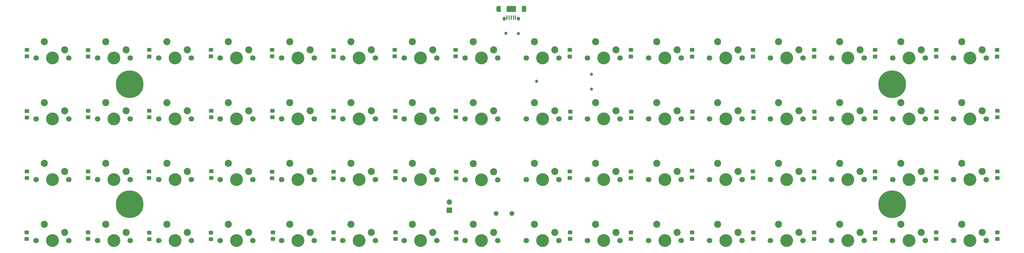
<source format=gbr>
%TF.GenerationSoftware,KiCad,Pcbnew,8.0.9-8.0.9-0~ubuntu22.04.1*%
%TF.CreationDate,2025-08-11T19:47:09-07:00*%
%TF.ProjectId,keyboard,6b657962-6f61-4726-942e-6b696361645f,rev?*%
%TF.SameCoordinates,Original*%
%TF.FileFunction,Soldermask,Bot*%
%TF.FilePolarity,Negative*%
%FSLAX46Y46*%
G04 Gerber Fmt 4.6, Leading zero omitted, Abs format (unit mm)*
G04 Created by KiCad (PCBNEW 8.0.9-8.0.9-0~ubuntu22.04.1) date 2025-08-11 19:47:09*
%MOMM*%
%LPD*%
G01*
G04 APERTURE LIST*
G04 Aperture macros list*
%AMRoundRect*
0 Rectangle with rounded corners*
0 $1 Rounding radius*
0 $2 $3 $4 $5 $6 $7 $8 $9 X,Y pos of 4 corners*
0 Add a 4 corners polygon primitive as box body*
4,1,4,$2,$3,$4,$5,$6,$7,$8,$9,$2,$3,0*
0 Add four circle primitives for the rounded corners*
1,1,$1+$1,$2,$3*
1,1,$1+$1,$4,$5*
1,1,$1+$1,$6,$7*
1,1,$1+$1,$8,$9*
0 Add four rect primitives between the rounded corners*
20,1,$1+$1,$2,$3,$4,$5,0*
20,1,$1+$1,$4,$5,$6,$7,0*
20,1,$1+$1,$6,$7,$8,$9,0*
20,1,$1+$1,$8,$9,$2,$3,0*%
G04 Aperture macros list end*
%ADD10C,1.500000*%
%ADD11C,1.000000*%
%ADD12C,8.600000*%
%ADD13R,1.700000X1.700000*%
%ADD14O,1.700000X1.700000*%
%ADD15RoundRect,0.250000X0.450000X-0.325000X0.450000X0.325000X-0.450000X0.325000X-0.450000X-0.325000X0*%
%ADD16C,1.700000*%
%ADD17C,4.000000*%
%ADD18C,2.200000*%
%ADD19RoundRect,0.100000X-0.100000X-0.575000X0.100000X-0.575000X0.100000X0.575000X-0.100000X0.575000X0*%
%ADD20O,1.000000X1.900000*%
%ADD21R,0.875000X1.900000*%
%ADD22O,1.050000X1.250000*%
%ADD23RoundRect,0.250000X-1.200000X-0.700000X1.200000X-0.700000X1.200000X0.700000X-1.200000X0.700000X0*%
G04 APERTURE END LIST*
D10*
%TO.C,Y1*%
X219010000Y-165350000D03*
X214110000Y-165350000D03*
%TD*%
D11*
%TO.C,TP104*%
X226700000Y-124090000D03*
%TD*%
%TO.C,TP103*%
X243800000Y-121890000D03*
%TD*%
%TO.C,TP105*%
X243800000Y-126490000D03*
%TD*%
D12*
%TO.C,H3*%
X337500000Y-162500000D03*
%TD*%
%TO.C,H1*%
X100000000Y-125000000D03*
%TD*%
D13*
%TO.C,J2*%
X199525000Y-164335000D03*
D14*
X199525000Y-161795000D03*
%TD*%
D12*
%TO.C,H4*%
X100000000Y-162500000D03*
%TD*%
%TO.C,H2*%
X337500000Y-125000000D03*
%TD*%
D15*
%TO.C,D55*%
X106045000Y-154322500D03*
X106045000Y-152272500D03*
%TD*%
%TO.C,D17*%
X294145000Y-116322500D03*
X294145000Y-114272500D03*
%TD*%
D16*
%TO.C,SW29*%
X233687500Y-116800000D03*
D17*
X228607500Y-116800000D03*
D16*
X223527500Y-116800000D03*
D18*
X226067500Y-111720000D03*
X232417500Y-114260000D03*
%TD*%
D16*
%TO.C,SW7*%
X347797500Y-154810000D03*
D17*
X342717500Y-154810000D03*
D16*
X337637500Y-154810000D03*
D18*
X340177500Y-149730000D03*
X346527500Y-152270000D03*
%TD*%
D15*
%TO.C,D33*%
X201490000Y-116282500D03*
X201490000Y-114232500D03*
%TD*%
%TO.C,D12*%
X332187500Y-173372500D03*
X332187500Y-171322500D03*
%TD*%
D16*
%TO.C,SW34*%
X214637500Y-135850000D03*
D17*
X209557500Y-135850000D03*
D16*
X204477500Y-135850000D03*
D18*
X207017500Y-130770000D03*
X213367500Y-133310000D03*
%TD*%
D16*
%TO.C,SW46*%
X157440000Y-135850000D03*
D17*
X152360000Y-135850000D03*
D16*
X147280000Y-135850000D03*
D18*
X149820000Y-130770000D03*
X156170000Y-133310000D03*
%TD*%
D16*
%TO.C,SW45*%
X157440000Y-116800000D03*
D17*
X152360000Y-116800000D03*
D16*
X147280000Y-116800000D03*
D18*
X149820000Y-111720000D03*
X156170000Y-114260000D03*
%TD*%
D15*
%TO.C,D2*%
X370220000Y-135345000D03*
X370220000Y-133295000D03*
%TD*%
%TO.C,D26*%
X256210000Y-135587500D03*
X256210000Y-133537500D03*
%TD*%
D16*
%TO.C,SW30*%
X233687500Y-135850000D03*
D17*
X228607500Y-135850000D03*
D16*
X223527500Y-135850000D03*
D18*
X226067500Y-130770000D03*
X232417500Y-133310000D03*
%TD*%
D11*
%TO.C,TP102*%
X217150000Y-109040000D03*
%TD*%
D15*
%TO.C,D48*%
X144580000Y-173362500D03*
X144580000Y-171312500D03*
%TD*%
%TO.C,D21*%
X275142500Y-116322500D03*
X275142500Y-114272500D03*
%TD*%
%TO.C,D36*%
X201647500Y-173372500D03*
X201647500Y-171322500D03*
%TD*%
D16*
%TO.C,SW31*%
X233687500Y-154810000D03*
D17*
X228607500Y-154810000D03*
D16*
X223527500Y-154810000D03*
D18*
X226067500Y-149730000D03*
X232417500Y-152270000D03*
%TD*%
D15*
%TO.C,D46*%
X144440000Y-135357500D03*
X144440000Y-133307500D03*
%TD*%
%TO.C,D34*%
X201610000Y-135355000D03*
X201610000Y-133305000D03*
%TD*%
%TO.C,D13*%
X313147500Y-116322500D03*
X313147500Y-114272500D03*
%TD*%
%TO.C,D64*%
X67900000Y-173352500D03*
X67900000Y-171302500D03*
%TD*%
%TO.C,D5*%
X351200000Y-116322500D03*
X351200000Y-114272500D03*
%TD*%
D16*
%TO.C,SW10*%
X328747500Y-135850000D03*
D17*
X323667500Y-135850000D03*
D16*
X318587500Y-135850000D03*
D18*
X321127500Y-130770000D03*
X327477500Y-133310000D03*
%TD*%
D16*
%TO.C,SW55*%
X119245000Y-154810000D03*
D17*
X114165000Y-154810000D03*
D16*
X109085000Y-154810000D03*
D18*
X111625000Y-149730000D03*
X117975000Y-152270000D03*
%TD*%
D15*
%TO.C,D56*%
X106065000Y-173402500D03*
X106065000Y-171352500D03*
%TD*%
%TO.C,D29*%
X237090000Y-116322500D03*
X237090000Y-114272500D03*
%TD*%
%TO.C,D60*%
X87077500Y-173382500D03*
X87077500Y-171332500D03*
%TD*%
%TO.C,D58*%
X87047500Y-135305000D03*
X87047500Y-133255000D03*
%TD*%
D16*
%TO.C,SW27*%
X252690000Y-154810000D03*
D17*
X247610000Y-154810000D03*
D16*
X242530000Y-154810000D03*
D18*
X245070000Y-149730000D03*
X251420000Y-152270000D03*
%TD*%
D16*
%TO.C,SW43*%
X176537500Y-154810000D03*
D17*
X171457500Y-154810000D03*
D16*
X166377500Y-154810000D03*
D18*
X168917500Y-149730000D03*
X175267500Y-152270000D03*
%TD*%
D16*
%TO.C,SW5*%
X347797500Y-116800000D03*
D17*
X342717500Y-116800000D03*
D16*
X337637500Y-116800000D03*
D18*
X340177500Y-111720000D03*
X346527500Y-114260000D03*
%TD*%
D15*
%TO.C,D38*%
X182695000Y-135347500D03*
X182695000Y-133297500D03*
%TD*%
D16*
%TO.C,SW56*%
X119245000Y-173860000D03*
D17*
X114165000Y-173860000D03*
D16*
X109085000Y-173860000D03*
D18*
X111625000Y-168780000D03*
X117975000Y-171320000D03*
%TD*%
D16*
%TO.C,SW63*%
X81050000Y-154810000D03*
D17*
X75970000Y-154810000D03*
D16*
X70890000Y-154810000D03*
D18*
X73430000Y-149730000D03*
X79780000Y-152270000D03*
%TD*%
D15*
%TO.C,D30*%
X237207500Y-135587500D03*
X237207500Y-133537500D03*
%TD*%
D16*
%TO.C,SW59*%
X100147500Y-154810000D03*
D17*
X95067500Y-154810000D03*
D16*
X89987500Y-154810000D03*
D18*
X92527500Y-149730000D03*
X98877500Y-152270000D03*
%TD*%
D15*
%TO.C,D20*%
X294182500Y-173372500D03*
X294182500Y-171322500D03*
%TD*%
D16*
%TO.C,SW60*%
X100190000Y-173840000D03*
D17*
X95110000Y-173840000D03*
D16*
X90030000Y-173840000D03*
D18*
X92570000Y-168760000D03*
X98920000Y-171300000D03*
%TD*%
D15*
%TO.C,D42*%
X163510000Y-135377500D03*
X163510000Y-133327500D03*
%TD*%
D16*
%TO.C,SW52*%
X138342500Y-173860000D03*
D17*
X133262500Y-173860000D03*
D16*
X128182500Y-173860000D03*
D18*
X130722500Y-168780000D03*
X137072500Y-171320000D03*
%TD*%
D15*
%TO.C,D22*%
X275260000Y-135587500D03*
X275260000Y-133537500D03*
%TD*%
%TO.C,D19*%
X294152500Y-154332500D03*
X294152500Y-152282500D03*
%TD*%
%TO.C,D32*%
X237127500Y-173372500D03*
X237127500Y-171322500D03*
%TD*%
%TO.C,D3*%
X370210000Y-154332500D03*
X370210000Y-152282500D03*
%TD*%
D16*
%TO.C,SW37*%
X195635000Y-116800000D03*
D17*
X190555000Y-116800000D03*
D16*
X185475000Y-116800000D03*
D18*
X188015000Y-111720000D03*
X194365000Y-114260000D03*
%TD*%
D16*
%TO.C,SW18*%
X290742500Y-135850000D03*
D17*
X285662500Y-135850000D03*
D16*
X280582500Y-135850000D03*
D18*
X283122500Y-130770000D03*
X289472500Y-133310000D03*
%TD*%
D15*
%TO.C,D45*%
X144362500Y-116312500D03*
X144362500Y-114262500D03*
%TD*%
D16*
%TO.C,SW3*%
X366800000Y-154810000D03*
D17*
X361720000Y-154810000D03*
D16*
X356640000Y-154810000D03*
D18*
X359180000Y-149730000D03*
X365530000Y-152270000D03*
%TD*%
D15*
%TO.C,D50*%
X125412500Y-135345000D03*
X125412500Y-133295000D03*
%TD*%
%TO.C,D10*%
X332267500Y-135587500D03*
X332267500Y-133537500D03*
%TD*%
D16*
%TO.C,SW64*%
X81050000Y-173860000D03*
D17*
X75970000Y-173860000D03*
D16*
X70890000Y-173860000D03*
D18*
X73430000Y-168780000D03*
X79780000Y-171320000D03*
%TD*%
D16*
%TO.C,SW8*%
X347797500Y-173860000D03*
D17*
X342717500Y-173860000D03*
D16*
X337637500Y-173860000D03*
D18*
X340177500Y-168780000D03*
X346527500Y-171320000D03*
%TD*%
D15*
%TO.C,D61*%
X67980000Y-116302500D03*
X67980000Y-114252500D03*
%TD*%
%TO.C,D37*%
X182507500Y-116302500D03*
X182507500Y-114252500D03*
%TD*%
D16*
%TO.C,SW58*%
X100147500Y-135850000D03*
D17*
X95067500Y-135850000D03*
D16*
X89987500Y-135850000D03*
D18*
X92527500Y-130770000D03*
X98877500Y-133310000D03*
%TD*%
D19*
%TO.C,J101*%
X220150000Y-104175000D03*
X219500000Y-104175000D03*
X218850000Y-104175000D03*
X218200000Y-104175000D03*
X217550000Y-104175000D03*
D20*
X214675000Y-101500000D03*
D21*
X215112500Y-101500000D03*
D22*
X216625000Y-104500000D03*
D23*
X218850000Y-101500000D03*
D22*
X221075000Y-104500000D03*
D21*
X222587500Y-101500000D03*
D20*
X223025000Y-101500000D03*
%TD*%
D15*
%TO.C,D62*%
X67970000Y-135412500D03*
X67970000Y-133362500D03*
%TD*%
%TO.C,D6*%
X351317500Y-135587500D03*
X351317500Y-133537500D03*
%TD*%
%TO.C,D27*%
X256100000Y-154332500D03*
X256100000Y-152282500D03*
%TD*%
D16*
%TO.C,SW44*%
X176537500Y-173860000D03*
D17*
X171457500Y-173860000D03*
D16*
X166377500Y-173860000D03*
D18*
X168917500Y-168780000D03*
X175267500Y-171320000D03*
%TD*%
D15*
%TO.C,D54*%
X106095000Y-135365000D03*
X106095000Y-133315000D03*
%TD*%
D16*
%TO.C,SW42*%
X176537500Y-135850000D03*
D17*
X171457500Y-135850000D03*
D16*
X166377500Y-135850000D03*
D18*
X168917500Y-130770000D03*
X175267500Y-133310000D03*
%TD*%
D16*
%TO.C,SW2*%
X366800000Y-135850000D03*
D17*
X361720000Y-135850000D03*
D16*
X356640000Y-135850000D03*
D18*
X359180000Y-130770000D03*
X365530000Y-133310000D03*
%TD*%
D15*
%TO.C,D11*%
X332157500Y-154332500D03*
X332157500Y-152282500D03*
%TD*%
%TO.C,D43*%
X163507500Y-154352500D03*
X163507500Y-152302500D03*
%TD*%
D16*
%TO.C,SW26*%
X252690000Y-135850000D03*
D17*
X247610000Y-135850000D03*
D16*
X242530000Y-135850000D03*
D18*
X245070000Y-130770000D03*
X251420000Y-133310000D03*
%TD*%
D15*
%TO.C,D28*%
X256130000Y-173372500D03*
X256130000Y-171322500D03*
%TD*%
D16*
%TO.C,SW33*%
X214637500Y-116800000D03*
D17*
X209557500Y-116800000D03*
D16*
X204477500Y-116800000D03*
D18*
X207017500Y-111720000D03*
X213367500Y-114260000D03*
%TD*%
D15*
%TO.C,D41*%
X163480000Y-116352500D03*
X163480000Y-114302500D03*
%TD*%
%TO.C,D44*%
X163457500Y-173342500D03*
X163457500Y-171292500D03*
%TD*%
D16*
%TO.C,SW54*%
X119245000Y-135850000D03*
D17*
X114165000Y-135850000D03*
D16*
X109085000Y-135850000D03*
D18*
X111625000Y-130770000D03*
X117975000Y-133310000D03*
%TD*%
D16*
%TO.C,SW19*%
X290742500Y-154810000D03*
D17*
X285662500Y-154810000D03*
D16*
X280582500Y-154810000D03*
D18*
X283122500Y-149730000D03*
X289472500Y-152270000D03*
%TD*%
D16*
%TO.C,SW13*%
X309745000Y-116800000D03*
D17*
X304665000Y-116800000D03*
D16*
X299585000Y-116800000D03*
D18*
X302125000Y-111720000D03*
X308475000Y-114260000D03*
%TD*%
D15*
%TO.C,D57*%
X87070000Y-116362500D03*
X87070000Y-114312500D03*
%TD*%
D16*
%TO.C,SW50*%
X138342500Y-135850000D03*
D17*
X133262500Y-135850000D03*
D16*
X128182500Y-135850000D03*
D18*
X130722500Y-130770000D03*
X137072500Y-133310000D03*
%TD*%
D15*
%TO.C,D59*%
X87047500Y-154302500D03*
X87047500Y-152252500D03*
%TD*%
D16*
%TO.C,SW32*%
X233687500Y-173860000D03*
D17*
X228607500Y-173860000D03*
D16*
X223527500Y-173860000D03*
D18*
X226067500Y-168780000D03*
X232417500Y-171320000D03*
%TD*%
D16*
%TO.C,SW49*%
X138342500Y-116800000D03*
D17*
X133262500Y-116800000D03*
D16*
X128182500Y-116800000D03*
D18*
X130722500Y-111720000D03*
X137072500Y-114260000D03*
%TD*%
D15*
%TO.C,D35*%
X201657500Y-154422500D03*
X201657500Y-152372500D03*
%TD*%
%TO.C,D24*%
X275180000Y-173372500D03*
X275180000Y-171322500D03*
%TD*%
%TO.C,D47*%
X144360000Y-154362500D03*
X144360000Y-152312500D03*
%TD*%
%TO.C,D16*%
X313185000Y-173372500D03*
X313185000Y-171322500D03*
%TD*%
D16*
%TO.C,SW14*%
X309745000Y-135850000D03*
D17*
X304665000Y-135850000D03*
D16*
X299585000Y-135850000D03*
D18*
X302125000Y-130770000D03*
X308475000Y-133310000D03*
%TD*%
D16*
%TO.C,SW23*%
X271740000Y-154810000D03*
D17*
X266660000Y-154810000D03*
D16*
X261580000Y-154810000D03*
D18*
X264120000Y-149730000D03*
X270470000Y-152270000D03*
%TD*%
D16*
%TO.C,SW15*%
X309745000Y-154810000D03*
D17*
X304665000Y-154810000D03*
D16*
X299585000Y-154810000D03*
D18*
X302125000Y-149730000D03*
X308475000Y-152270000D03*
%TD*%
D16*
%TO.C,SW61*%
X81050000Y-116800000D03*
D17*
X75970000Y-116800000D03*
D16*
X70890000Y-116800000D03*
D18*
X73430000Y-111720000D03*
X79780000Y-114260000D03*
%TD*%
D15*
%TO.C,D14*%
X313265000Y-135587500D03*
X313265000Y-133537500D03*
%TD*%
%TO.C,D1*%
X370202500Y-116322500D03*
X370202500Y-114272500D03*
%TD*%
D16*
%TO.C,SW62*%
X81050000Y-135850000D03*
D17*
X75970000Y-135850000D03*
D16*
X70890000Y-135850000D03*
D18*
X73430000Y-130770000D03*
X79780000Y-133310000D03*
%TD*%
D15*
%TO.C,D53*%
X106097500Y-116322500D03*
X106097500Y-114272500D03*
%TD*%
%TO.C,D15*%
X313155000Y-154332500D03*
X313155000Y-152282500D03*
%TD*%
D16*
%TO.C,SW57*%
X100147500Y-116800000D03*
D17*
X95067500Y-116800000D03*
D16*
X89987500Y-116800000D03*
D18*
X92527500Y-111720000D03*
X98877500Y-114260000D03*
%TD*%
D15*
%TO.C,D25*%
X256092500Y-116322500D03*
X256092500Y-114272500D03*
%TD*%
%TO.C,D4*%
X370240000Y-173372500D03*
X370240000Y-171322500D03*
%TD*%
D16*
%TO.C,SW28*%
X252690000Y-173860000D03*
D17*
X247610000Y-173860000D03*
D16*
X242530000Y-173860000D03*
D18*
X245070000Y-168780000D03*
X251420000Y-171320000D03*
%TD*%
D16*
%TO.C,SW36*%
X214637500Y-173860000D03*
D17*
X209557500Y-173860000D03*
D16*
X204477500Y-173860000D03*
D18*
X207017500Y-168780000D03*
X213367500Y-171320000D03*
%TD*%
D16*
%TO.C,SW51*%
X138342500Y-154810000D03*
D17*
X133262500Y-154810000D03*
D16*
X128182500Y-154810000D03*
D18*
X130722500Y-149730000D03*
X137072500Y-152270000D03*
%TD*%
D16*
%TO.C,SW12*%
X328747500Y-173860000D03*
D17*
X323667500Y-173860000D03*
D16*
X318587500Y-173860000D03*
D18*
X321127500Y-168780000D03*
X327477500Y-171320000D03*
%TD*%
D15*
%TO.C,D23*%
X275150000Y-154087500D03*
X275150000Y-152037500D03*
%TD*%
D16*
%TO.C,SW38*%
X195635000Y-135850000D03*
D17*
X190555000Y-135850000D03*
D16*
X185475000Y-135850000D03*
D18*
X188015000Y-130770000D03*
X194365000Y-133310000D03*
%TD*%
D15*
%TO.C,D9*%
X332150000Y-116322500D03*
X332150000Y-114272500D03*
%TD*%
D16*
%TO.C,SW11*%
X328747500Y-154810000D03*
D17*
X323667500Y-154810000D03*
D16*
X318587500Y-154810000D03*
D18*
X321127500Y-149730000D03*
X327477500Y-152270000D03*
%TD*%
D16*
%TO.C,SW21*%
X271740000Y-116800000D03*
D17*
X266660000Y-116800000D03*
D16*
X261580000Y-116800000D03*
D18*
X264120000Y-111720000D03*
X270470000Y-114260000D03*
%TD*%
D15*
%TO.C,D7*%
X351207500Y-154332500D03*
X351207500Y-152282500D03*
%TD*%
%TO.C,D51*%
X125412500Y-154262500D03*
X125412500Y-152212500D03*
%TD*%
D16*
%TO.C,SW1*%
X366800000Y-116800000D03*
D17*
X361720000Y-116800000D03*
D16*
X356640000Y-116800000D03*
D18*
X359180000Y-111720000D03*
X365530000Y-114260000D03*
%TD*%
D16*
%TO.C,SW39*%
X195635000Y-154810000D03*
D17*
X190555000Y-154810000D03*
D16*
X185475000Y-154810000D03*
D18*
X188015000Y-149730000D03*
X194365000Y-152270000D03*
%TD*%
D16*
%TO.C,SW16*%
X309745000Y-173860000D03*
D17*
X304665000Y-173860000D03*
D16*
X299585000Y-173860000D03*
D18*
X302125000Y-168780000D03*
X308475000Y-171320000D03*
%TD*%
D16*
%TO.C,SW47*%
X157440000Y-154810000D03*
D17*
X152360000Y-154810000D03*
D16*
X147280000Y-154810000D03*
D18*
X149820000Y-149730000D03*
X156170000Y-152270000D03*
%TD*%
D16*
%TO.C,SW35*%
X214670000Y-154850000D03*
D17*
X209590000Y-154850000D03*
D16*
X204510000Y-154850000D03*
D18*
X207050000Y-149770000D03*
X213400000Y-152310000D03*
%TD*%
D16*
%TO.C,SW20*%
X290742500Y-173860000D03*
D17*
X285662500Y-173860000D03*
D16*
X280582500Y-173860000D03*
D18*
X283122500Y-168780000D03*
X289472500Y-171320000D03*
%TD*%
D16*
%TO.C,SW17*%
X290742500Y-116800000D03*
D17*
X285662500Y-116800000D03*
D16*
X280582500Y-116800000D03*
D18*
X283122500Y-111720000D03*
X289472500Y-114260000D03*
%TD*%
D16*
%TO.C,SW53*%
X119245000Y-116800000D03*
D17*
X114165000Y-116800000D03*
D16*
X109085000Y-116800000D03*
D18*
X111625000Y-111720000D03*
X117975000Y-114260000D03*
%TD*%
D11*
%TO.C,TP101*%
X221100000Y-109140000D03*
%TD*%
D15*
%TO.C,D18*%
X294262500Y-135587500D03*
X294262500Y-133537500D03*
%TD*%
D16*
%TO.C,SW24*%
X271740000Y-173860000D03*
D17*
X266660000Y-173860000D03*
D16*
X261580000Y-173860000D03*
D18*
X264120000Y-168780000D03*
X270470000Y-171320000D03*
%TD*%
D15*
%TO.C,D49*%
X125275000Y-116272500D03*
X125275000Y-114222500D03*
%TD*%
%TO.C,D39*%
X182820000Y-154292500D03*
X182820000Y-152242500D03*
%TD*%
D16*
%TO.C,SW6*%
X347797500Y-135850000D03*
D17*
X342717500Y-135850000D03*
D16*
X337637500Y-135850000D03*
D18*
X340177500Y-130770000D03*
X346527500Y-133310000D03*
%TD*%
D16*
%TO.C,SW4*%
X366800000Y-173860000D03*
D17*
X361720000Y-173860000D03*
D16*
X356640000Y-173860000D03*
D18*
X359180000Y-168780000D03*
X365530000Y-171320000D03*
%TD*%
D16*
%TO.C,SW40*%
X195635000Y-173860000D03*
D17*
X190555000Y-173860000D03*
D16*
X185475000Y-173860000D03*
D18*
X188015000Y-168780000D03*
X194365000Y-171320000D03*
%TD*%
D15*
%TO.C,D52*%
X125312500Y-173412500D03*
X125312500Y-171362500D03*
%TD*%
D16*
%TO.C,SW41*%
X176537500Y-116800000D03*
D17*
X171457500Y-116800000D03*
D16*
X166377500Y-116800000D03*
D18*
X168917500Y-111720000D03*
X175267500Y-114260000D03*
%TD*%
D15*
%TO.C,D8*%
X351237500Y-173372500D03*
X351237500Y-171322500D03*
%TD*%
D16*
%TO.C,SW48*%
X157440000Y-173860000D03*
D17*
X152360000Y-173860000D03*
D16*
X147280000Y-173860000D03*
D18*
X149820000Y-168780000D03*
X156170000Y-171320000D03*
%TD*%
D16*
%TO.C,SW25*%
X252690000Y-116800000D03*
D17*
X247610000Y-116800000D03*
D16*
X242530000Y-116800000D03*
D18*
X245070000Y-111720000D03*
X251420000Y-114260000D03*
%TD*%
D15*
%TO.C,D63*%
X68030000Y-154332500D03*
X68030000Y-152282500D03*
%TD*%
D16*
%TO.C,SW9*%
X328747500Y-116800000D03*
D17*
X323667500Y-116800000D03*
D16*
X318587500Y-116800000D03*
D18*
X321127500Y-111720000D03*
X327477500Y-114260000D03*
%TD*%
D15*
%TO.C,D31*%
X237097500Y-154332500D03*
X237097500Y-152282500D03*
%TD*%
%TO.C,D40*%
X182780000Y-173335000D03*
X182780000Y-171285000D03*
%TD*%
D16*
%TO.C,SW22*%
X271740000Y-135850000D03*
D17*
X266660000Y-135850000D03*
D16*
X261580000Y-135850000D03*
D18*
X264120000Y-130770000D03*
X270470000Y-133310000D03*
%TD*%
M02*

</source>
